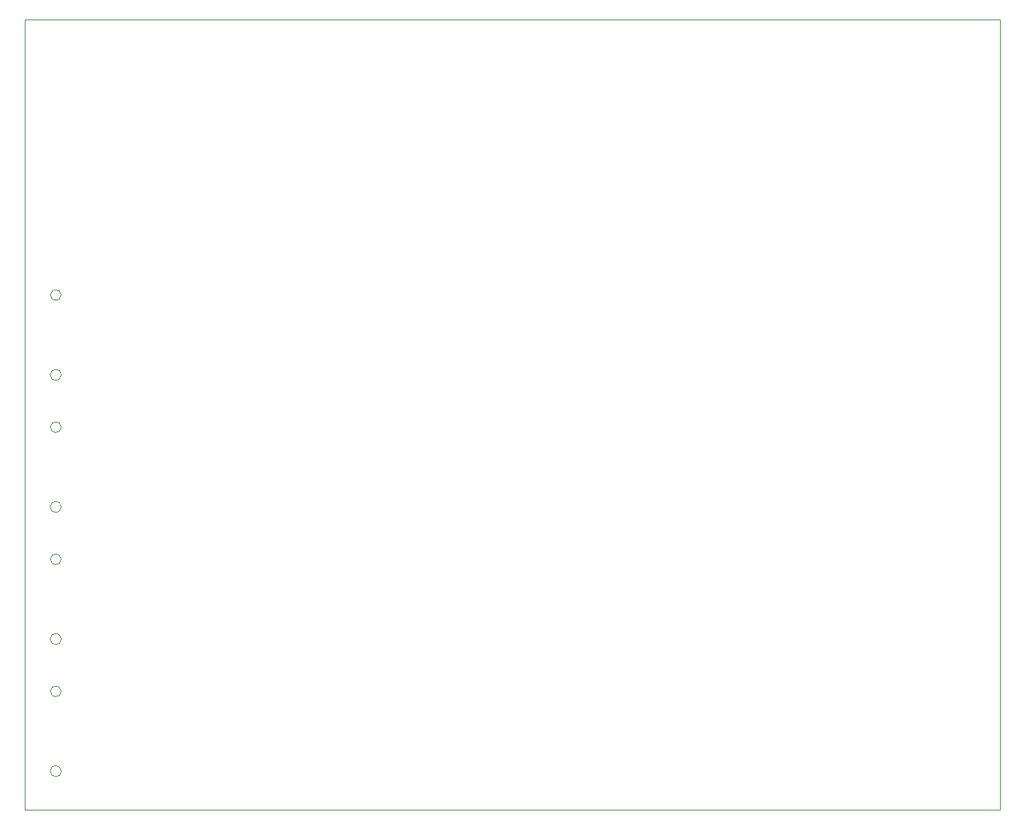
<source format=gm1>
G04 #@! TF.GenerationSoftware,KiCad,Pcbnew,8.0.0*
G04 #@! TF.CreationDate,2024-03-28T17:26:01-04:00*
G04 #@! TF.ProjectId,4. New_CANOpen,342e204e-6577-45f4-9341-4e4f70656e2e,rev?*
G04 #@! TF.SameCoordinates,Original*
G04 #@! TF.FileFunction,Profile,NP*
%FSLAX46Y46*%
G04 Gerber Fmt 4.6, Leading zero omitted, Abs format (unit mm)*
G04 Created by KiCad (PCBNEW 8.0.0) date 2024-03-28 17:26:01*
%MOMM*%
%LPD*%
G01*
G04 APERTURE LIST*
G04 #@! TA.AperFunction,Profile*
%ADD10C,0.050000*%
G04 #@! TD*
G04 APERTURE END LIST*
D10*
X36449000Y-57785000D02*
X146431000Y-57785000D01*
X146431000Y-146939000D01*
X36449000Y-146939000D01*
X36449000Y-57785000D01*
X40564152Y-88838648D02*
G75*
G02*
X39355848Y-88838648I-604152J0D01*
G01*
X39355848Y-88838648D02*
G75*
G02*
X40564152Y-88838648I604152J0D01*
G01*
X40586498Y-97838648D02*
G75*
G02*
X39333502Y-97838648I-626498J0D01*
G01*
X39333502Y-97838648D02*
G75*
G02*
X40586498Y-97838648I626498J0D01*
G01*
X40564152Y-133556692D02*
G75*
G02*
X39355848Y-133556692I-604152J0D01*
G01*
X39355848Y-133556692D02*
G75*
G02*
X40564152Y-133556692I604152J0D01*
G01*
X40586498Y-142556692D02*
G75*
G02*
X39333502Y-142556692I-626498J0D01*
G01*
X39333502Y-142556692D02*
G75*
G02*
X40586498Y-142556692I626498J0D01*
G01*
X40564152Y-103744662D02*
G75*
G02*
X39355848Y-103744662I-604152J0D01*
G01*
X39355848Y-103744662D02*
G75*
G02*
X40564152Y-103744662I604152J0D01*
G01*
X40586498Y-112744662D02*
G75*
G02*
X39333502Y-112744662I-626498J0D01*
G01*
X39333502Y-112744662D02*
G75*
G02*
X40586498Y-112744662I626498J0D01*
G01*
X40564152Y-118650676D02*
G75*
G02*
X39355848Y-118650676I-604152J0D01*
G01*
X39355848Y-118650676D02*
G75*
G02*
X40564152Y-118650676I604152J0D01*
G01*
X40586498Y-127650676D02*
G75*
G02*
X39333502Y-127650676I-626498J0D01*
G01*
X39333502Y-127650676D02*
G75*
G02*
X40586498Y-127650676I626498J0D01*
G01*
M02*

</source>
